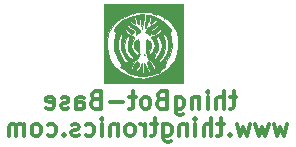
<source format=gbr>
G04 #@! TF.FileFunction,Legend,Bot*
%FSLAX46Y46*%
G04 Gerber Fmt 4.6, Leading zero omitted, Abs format (unit mm)*
G04 Created by KiCad (PCBNEW 4.0.4-stable) date 12/28/16 20:43:16*
%MOMM*%
%LPD*%
G01*
G04 APERTURE LIST*
%ADD10C,0.100000*%
%ADD11C,0.300000*%
%ADD12C,0.010000*%
G04 APERTURE END LIST*
D10*
D11*
X161257144Y-105478571D02*
X160971430Y-106478571D01*
X160685716Y-105764286D01*
X160400001Y-106478571D01*
X160114287Y-105478571D01*
X159685715Y-105478571D02*
X159400001Y-106478571D01*
X159114287Y-105764286D01*
X158828572Y-106478571D01*
X158542858Y-105478571D01*
X158114286Y-105478571D02*
X157828572Y-106478571D01*
X157542858Y-105764286D01*
X157257143Y-106478571D01*
X156971429Y-105478571D01*
X156400000Y-106335714D02*
X156328572Y-106407143D01*
X156400000Y-106478571D01*
X156471429Y-106407143D01*
X156400000Y-106335714D01*
X156400000Y-106478571D01*
X155900000Y-105478571D02*
X155328571Y-105478571D01*
X155685714Y-104978571D02*
X155685714Y-106264286D01*
X155614286Y-106407143D01*
X155471428Y-106478571D01*
X155328571Y-106478571D01*
X154828571Y-106478571D02*
X154828571Y-104978571D01*
X154185714Y-106478571D02*
X154185714Y-105692857D01*
X154257143Y-105550000D01*
X154400000Y-105478571D01*
X154614285Y-105478571D01*
X154757143Y-105550000D01*
X154828571Y-105621429D01*
X153471428Y-106478571D02*
X153471428Y-105478571D01*
X153471428Y-104978571D02*
X153542857Y-105050000D01*
X153471428Y-105121429D01*
X153400000Y-105050000D01*
X153471428Y-104978571D01*
X153471428Y-105121429D01*
X152757142Y-105478571D02*
X152757142Y-106478571D01*
X152757142Y-105621429D02*
X152685714Y-105550000D01*
X152542856Y-105478571D01*
X152328571Y-105478571D01*
X152185714Y-105550000D01*
X152114285Y-105692857D01*
X152114285Y-106478571D01*
X150757142Y-105478571D02*
X150757142Y-106692857D01*
X150828571Y-106835714D01*
X150899999Y-106907143D01*
X151042856Y-106978571D01*
X151257142Y-106978571D01*
X151399999Y-106907143D01*
X150757142Y-106407143D02*
X150899999Y-106478571D01*
X151185713Y-106478571D01*
X151328571Y-106407143D01*
X151399999Y-106335714D01*
X151471428Y-106192857D01*
X151471428Y-105764286D01*
X151399999Y-105621429D01*
X151328571Y-105550000D01*
X151185713Y-105478571D01*
X150899999Y-105478571D01*
X150757142Y-105550000D01*
X150257142Y-105478571D02*
X149685713Y-105478571D01*
X150042856Y-104978571D02*
X150042856Y-106264286D01*
X149971428Y-106407143D01*
X149828570Y-106478571D01*
X149685713Y-106478571D01*
X149185713Y-106478571D02*
X149185713Y-105478571D01*
X149185713Y-105764286D02*
X149114285Y-105621429D01*
X149042856Y-105550000D01*
X148899999Y-105478571D01*
X148757142Y-105478571D01*
X148042856Y-106478571D02*
X148185714Y-106407143D01*
X148257142Y-106335714D01*
X148328571Y-106192857D01*
X148328571Y-105764286D01*
X148257142Y-105621429D01*
X148185714Y-105550000D01*
X148042856Y-105478571D01*
X147828571Y-105478571D01*
X147685714Y-105550000D01*
X147614285Y-105621429D01*
X147542856Y-105764286D01*
X147542856Y-106192857D01*
X147614285Y-106335714D01*
X147685714Y-106407143D01*
X147828571Y-106478571D01*
X148042856Y-106478571D01*
X146899999Y-105478571D02*
X146899999Y-106478571D01*
X146899999Y-105621429D02*
X146828571Y-105550000D01*
X146685713Y-105478571D01*
X146471428Y-105478571D01*
X146328571Y-105550000D01*
X146257142Y-105692857D01*
X146257142Y-106478571D01*
X145542856Y-106478571D02*
X145542856Y-105478571D01*
X145542856Y-104978571D02*
X145614285Y-105050000D01*
X145542856Y-105121429D01*
X145471428Y-105050000D01*
X145542856Y-104978571D01*
X145542856Y-105121429D01*
X144185713Y-106407143D02*
X144328570Y-106478571D01*
X144614284Y-106478571D01*
X144757142Y-106407143D01*
X144828570Y-106335714D01*
X144899999Y-106192857D01*
X144899999Y-105764286D01*
X144828570Y-105621429D01*
X144757142Y-105550000D01*
X144614284Y-105478571D01*
X144328570Y-105478571D01*
X144185713Y-105550000D01*
X143614285Y-106407143D02*
X143471428Y-106478571D01*
X143185713Y-106478571D01*
X143042856Y-106407143D01*
X142971428Y-106264286D01*
X142971428Y-106192857D01*
X143042856Y-106050000D01*
X143185713Y-105978571D01*
X143399999Y-105978571D01*
X143542856Y-105907143D01*
X143614285Y-105764286D01*
X143614285Y-105692857D01*
X143542856Y-105550000D01*
X143399999Y-105478571D01*
X143185713Y-105478571D01*
X143042856Y-105550000D01*
X142328570Y-106335714D02*
X142257142Y-106407143D01*
X142328570Y-106478571D01*
X142399999Y-106407143D01*
X142328570Y-106335714D01*
X142328570Y-106478571D01*
X140971427Y-106407143D02*
X141114284Y-106478571D01*
X141399998Y-106478571D01*
X141542856Y-106407143D01*
X141614284Y-106335714D01*
X141685713Y-106192857D01*
X141685713Y-105764286D01*
X141614284Y-105621429D01*
X141542856Y-105550000D01*
X141399998Y-105478571D01*
X141114284Y-105478571D01*
X140971427Y-105550000D01*
X140114284Y-106478571D02*
X140257142Y-106407143D01*
X140328570Y-106335714D01*
X140399999Y-106192857D01*
X140399999Y-105764286D01*
X140328570Y-105621429D01*
X140257142Y-105550000D01*
X140114284Y-105478571D01*
X139899999Y-105478571D01*
X139757142Y-105550000D01*
X139685713Y-105621429D01*
X139614284Y-105764286D01*
X139614284Y-106192857D01*
X139685713Y-106335714D01*
X139757142Y-106407143D01*
X139899999Y-106478571D01*
X140114284Y-106478571D01*
X138971427Y-106478571D02*
X138971427Y-105478571D01*
X138971427Y-105621429D02*
X138899999Y-105550000D01*
X138757141Y-105478571D01*
X138542856Y-105478571D01*
X138399999Y-105550000D01*
X138328570Y-105692857D01*
X138328570Y-106478571D01*
X138328570Y-105692857D02*
X138257141Y-105550000D01*
X138114284Y-105478571D01*
X137899999Y-105478571D01*
X137757141Y-105550000D01*
X137685713Y-105692857D01*
X137685713Y-106478571D01*
X156942858Y-103178571D02*
X156371429Y-103178571D01*
X156728572Y-102678571D02*
X156728572Y-103964286D01*
X156657144Y-104107143D01*
X156514286Y-104178571D01*
X156371429Y-104178571D01*
X155871429Y-104178571D02*
X155871429Y-102678571D01*
X155228572Y-104178571D02*
X155228572Y-103392857D01*
X155300001Y-103250000D01*
X155442858Y-103178571D01*
X155657143Y-103178571D01*
X155800001Y-103250000D01*
X155871429Y-103321429D01*
X154514286Y-104178571D02*
X154514286Y-103178571D01*
X154514286Y-102678571D02*
X154585715Y-102750000D01*
X154514286Y-102821429D01*
X154442858Y-102750000D01*
X154514286Y-102678571D01*
X154514286Y-102821429D01*
X153800000Y-103178571D02*
X153800000Y-104178571D01*
X153800000Y-103321429D02*
X153728572Y-103250000D01*
X153585714Y-103178571D01*
X153371429Y-103178571D01*
X153228572Y-103250000D01*
X153157143Y-103392857D01*
X153157143Y-104178571D01*
X151800000Y-103178571D02*
X151800000Y-104392857D01*
X151871429Y-104535714D01*
X151942857Y-104607143D01*
X152085714Y-104678571D01*
X152300000Y-104678571D01*
X152442857Y-104607143D01*
X151800000Y-104107143D02*
X151942857Y-104178571D01*
X152228571Y-104178571D01*
X152371429Y-104107143D01*
X152442857Y-104035714D01*
X152514286Y-103892857D01*
X152514286Y-103464286D01*
X152442857Y-103321429D01*
X152371429Y-103250000D01*
X152228571Y-103178571D01*
X151942857Y-103178571D01*
X151800000Y-103250000D01*
X150585714Y-103392857D02*
X150371428Y-103464286D01*
X150300000Y-103535714D01*
X150228571Y-103678571D01*
X150228571Y-103892857D01*
X150300000Y-104035714D01*
X150371428Y-104107143D01*
X150514286Y-104178571D01*
X151085714Y-104178571D01*
X151085714Y-102678571D01*
X150585714Y-102678571D01*
X150442857Y-102750000D01*
X150371428Y-102821429D01*
X150300000Y-102964286D01*
X150300000Y-103107143D01*
X150371428Y-103250000D01*
X150442857Y-103321429D01*
X150585714Y-103392857D01*
X151085714Y-103392857D01*
X149371428Y-104178571D02*
X149514286Y-104107143D01*
X149585714Y-104035714D01*
X149657143Y-103892857D01*
X149657143Y-103464286D01*
X149585714Y-103321429D01*
X149514286Y-103250000D01*
X149371428Y-103178571D01*
X149157143Y-103178571D01*
X149014286Y-103250000D01*
X148942857Y-103321429D01*
X148871428Y-103464286D01*
X148871428Y-103892857D01*
X148942857Y-104035714D01*
X149014286Y-104107143D01*
X149157143Y-104178571D01*
X149371428Y-104178571D01*
X148442857Y-103178571D02*
X147871428Y-103178571D01*
X148228571Y-102678571D02*
X148228571Y-103964286D01*
X148157143Y-104107143D01*
X148014285Y-104178571D01*
X147871428Y-104178571D01*
X147371428Y-103607143D02*
X146228571Y-103607143D01*
X145014285Y-103392857D02*
X144799999Y-103464286D01*
X144728571Y-103535714D01*
X144657142Y-103678571D01*
X144657142Y-103892857D01*
X144728571Y-104035714D01*
X144799999Y-104107143D01*
X144942857Y-104178571D01*
X145514285Y-104178571D01*
X145514285Y-102678571D01*
X145014285Y-102678571D01*
X144871428Y-102750000D01*
X144799999Y-102821429D01*
X144728571Y-102964286D01*
X144728571Y-103107143D01*
X144799999Y-103250000D01*
X144871428Y-103321429D01*
X145014285Y-103392857D01*
X145514285Y-103392857D01*
X143371428Y-104178571D02*
X143371428Y-103392857D01*
X143442857Y-103250000D01*
X143585714Y-103178571D01*
X143871428Y-103178571D01*
X144014285Y-103250000D01*
X143371428Y-104107143D02*
X143514285Y-104178571D01*
X143871428Y-104178571D01*
X144014285Y-104107143D01*
X144085714Y-103964286D01*
X144085714Y-103821429D01*
X144014285Y-103678571D01*
X143871428Y-103607143D01*
X143514285Y-103607143D01*
X143371428Y-103535714D01*
X142728571Y-104107143D02*
X142585714Y-104178571D01*
X142299999Y-104178571D01*
X142157142Y-104107143D01*
X142085714Y-103964286D01*
X142085714Y-103892857D01*
X142157142Y-103750000D01*
X142299999Y-103678571D01*
X142514285Y-103678571D01*
X142657142Y-103607143D01*
X142728571Y-103464286D01*
X142728571Y-103392857D01*
X142657142Y-103250000D01*
X142514285Y-103178571D01*
X142299999Y-103178571D01*
X142157142Y-103250000D01*
X140871428Y-104107143D02*
X141014285Y-104178571D01*
X141299999Y-104178571D01*
X141442856Y-104107143D01*
X141514285Y-103964286D01*
X141514285Y-103392857D01*
X141442856Y-103250000D01*
X141299999Y-103178571D01*
X141014285Y-103178571D01*
X140871428Y-103250000D01*
X140799999Y-103392857D01*
X140799999Y-103535714D01*
X141514285Y-103678571D01*
D12*
G36*
X145713334Y-101986666D02*
X152402000Y-101986666D01*
X152402000Y-98895377D01*
X152050585Y-98895377D01*
X152049588Y-98913193D01*
X151949243Y-99531690D01*
X151714763Y-100079418D01*
X151330434Y-100590246D01*
X151216497Y-100708773D01*
X150781037Y-101082178D01*
X150317945Y-101339298D01*
X149762697Y-101514944D01*
X149692667Y-101530909D01*
X149321596Y-101605236D01*
X149040089Y-101634462D01*
X148774839Y-101619830D01*
X148452544Y-101562581D01*
X148405668Y-101552719D01*
X147713910Y-101332469D01*
X147117780Y-100994316D01*
X146631151Y-100553919D01*
X146267897Y-100026940D01*
X146041888Y-99429040D01*
X145966915Y-98799562D01*
X145994741Y-98364907D01*
X146069217Y-97956570D01*
X146114945Y-97804861D01*
X146231922Y-97552699D01*
X146398476Y-97282275D01*
X146586902Y-97028423D01*
X146769493Y-96825980D01*
X146918546Y-96709779D01*
X146992940Y-96700937D01*
X147050608Y-96684245D01*
X147048932Y-96637793D01*
X147096296Y-96542184D01*
X147167858Y-96524586D01*
X147331874Y-96482406D01*
X147379525Y-96447512D01*
X147389600Y-96410890D01*
X147343167Y-96432422D01*
X147249083Y-96461779D01*
X147237334Y-96447717D01*
X147310420Y-96363296D01*
X147490810Y-96266066D01*
X147720204Y-96178550D01*
X147940299Y-96123272D01*
X148084738Y-96120327D01*
X148217768Y-96132893D01*
X148229306Y-96089619D01*
X148284389Y-96051440D01*
X148491832Y-96024301D01*
X148834919Y-96009850D01*
X149057667Y-96007897D01*
X149463735Y-96015213D01*
X149742716Y-96036062D01*
X149877895Y-96068794D01*
X149886028Y-96089619D01*
X149909719Y-96136648D01*
X150018211Y-96123566D01*
X150145605Y-96114291D01*
X150144562Y-96166950D01*
X150149880Y-96222302D01*
X150229111Y-96204045D01*
X150346257Y-96197909D01*
X150370000Y-96236987D01*
X150422028Y-96285075D01*
X150454667Y-96271666D01*
X150532561Y-96281188D01*
X150539334Y-96313999D01*
X150586945Y-96372795D01*
X150613915Y-96362566D01*
X150728828Y-96381832D01*
X150917747Y-96502700D01*
X151146776Y-96696269D01*
X151382016Y-96933638D01*
X151589572Y-97185909D01*
X151605431Y-97207926D01*
X151884307Y-97709959D01*
X152029346Y-98259599D01*
X152050585Y-98895377D01*
X152402000Y-98895377D01*
X152402000Y-95298000D01*
X145713334Y-95298000D01*
X145713334Y-101986666D01*
X145713334Y-101986666D01*
G37*
X145713334Y-101986666D02*
X152402000Y-101986666D01*
X152402000Y-98895377D01*
X152050585Y-98895377D01*
X152049588Y-98913193D01*
X151949243Y-99531690D01*
X151714763Y-100079418D01*
X151330434Y-100590246D01*
X151216497Y-100708773D01*
X150781037Y-101082178D01*
X150317945Y-101339298D01*
X149762697Y-101514944D01*
X149692667Y-101530909D01*
X149321596Y-101605236D01*
X149040089Y-101634462D01*
X148774839Y-101619830D01*
X148452544Y-101562581D01*
X148405668Y-101552719D01*
X147713910Y-101332469D01*
X147117780Y-100994316D01*
X146631151Y-100553919D01*
X146267897Y-100026940D01*
X146041888Y-99429040D01*
X145966915Y-98799562D01*
X145994741Y-98364907D01*
X146069217Y-97956570D01*
X146114945Y-97804861D01*
X146231922Y-97552699D01*
X146398476Y-97282275D01*
X146586902Y-97028423D01*
X146769493Y-96825980D01*
X146918546Y-96709779D01*
X146992940Y-96700937D01*
X147050608Y-96684245D01*
X147048932Y-96637793D01*
X147096296Y-96542184D01*
X147167858Y-96524586D01*
X147331874Y-96482406D01*
X147379525Y-96447512D01*
X147389600Y-96410890D01*
X147343167Y-96432422D01*
X147249083Y-96461779D01*
X147237334Y-96447717D01*
X147310420Y-96363296D01*
X147490810Y-96266066D01*
X147720204Y-96178550D01*
X147940299Y-96123272D01*
X148084738Y-96120327D01*
X148217768Y-96132893D01*
X148229306Y-96089619D01*
X148284389Y-96051440D01*
X148491832Y-96024301D01*
X148834919Y-96009850D01*
X149057667Y-96007897D01*
X149463735Y-96015213D01*
X149742716Y-96036062D01*
X149877895Y-96068794D01*
X149886028Y-96089619D01*
X149909719Y-96136648D01*
X150018211Y-96123566D01*
X150145605Y-96114291D01*
X150144562Y-96166950D01*
X150149880Y-96222302D01*
X150229111Y-96204045D01*
X150346257Y-96197909D01*
X150370000Y-96236987D01*
X150422028Y-96285075D01*
X150454667Y-96271666D01*
X150532561Y-96281188D01*
X150539334Y-96313999D01*
X150586945Y-96372795D01*
X150613915Y-96362566D01*
X150728828Y-96381832D01*
X150917747Y-96502700D01*
X151146776Y-96696269D01*
X151382016Y-96933638D01*
X151589572Y-97185909D01*
X151605431Y-97207926D01*
X151884307Y-97709959D01*
X152029346Y-98259599D01*
X152050585Y-98895377D01*
X152402000Y-98895377D01*
X152402000Y-95298000D01*
X145713334Y-95298000D01*
X145713334Y-101986666D01*
G36*
X148848004Y-96184539D02*
X148616383Y-96218853D01*
X147941537Y-96396516D01*
X147360866Y-96703843D01*
X146949586Y-97047325D01*
X146698639Y-97322399D01*
X146576393Y-97522724D01*
X146586333Y-97640059D01*
X146687000Y-97668666D01*
X146771244Y-97669663D01*
X146801195Y-97700798D01*
X146777124Y-97804287D01*
X146699301Y-98022346D01*
X146689442Y-98049666D01*
X146565582Y-98625124D01*
X146609585Y-99200777D01*
X146821940Y-99779512D01*
X147045492Y-100151505D01*
X147176301Y-100363156D01*
X147204523Y-100485118D01*
X147156879Y-100544730D01*
X147130541Y-100615360D01*
X147236028Y-100728603D01*
X147416138Y-100855099D01*
X147639923Y-101008416D01*
X147803147Y-101135150D01*
X147849871Y-101181540D01*
X147906937Y-101216318D01*
X147913371Y-101193133D01*
X147964954Y-101172851D01*
X148023962Y-101209972D01*
X148179328Y-101285429D01*
X148408588Y-101345789D01*
X148426129Y-101348798D01*
X148697985Y-101395959D01*
X148934748Y-101440766D01*
X149115523Y-101455510D01*
X149203647Y-101431464D01*
X149316213Y-101389125D01*
X149524127Y-101353880D01*
X149564828Y-101349684D01*
X149805785Y-101303171D01*
X149891327Y-101267000D01*
X149777334Y-101267000D01*
X149735000Y-101309333D01*
X149692667Y-101267000D01*
X149735000Y-101224666D01*
X149777334Y-101267000D01*
X149891327Y-101267000D01*
X149984258Y-101227705D01*
X149996475Y-101218463D01*
X150120022Y-101154340D01*
X150167435Y-101163212D01*
X150256870Y-101149956D01*
X150368990Y-101069444D01*
X150553586Y-100916451D01*
X150750334Y-100770632D01*
X150900173Y-100631747D01*
X150892735Y-100528272D01*
X150890283Y-100525748D01*
X150870967Y-100403957D01*
X150985697Y-100199711D01*
X151007264Y-100170892D01*
X151184599Y-99899232D01*
X151335077Y-99607066D01*
X151341048Y-99592995D01*
X151428537Y-99256126D01*
X151465619Y-98833443D01*
X151463002Y-98757055D01*
X151162316Y-98757055D01*
X151147063Y-99111062D01*
X151082536Y-99436545D01*
X151011256Y-99616000D01*
X150821157Y-99929615D01*
X150632323Y-100146495D01*
X150468875Y-100241786D01*
X150408040Y-100237636D01*
X150365336Y-100171426D01*
X150425384Y-100026514D01*
X150544303Y-99849703D01*
X150806557Y-99391778D01*
X150918172Y-98931597D01*
X150912699Y-98855485D01*
X150624000Y-98855485D01*
X150565066Y-99178146D01*
X150410822Y-99530729D01*
X150219668Y-99806500D01*
X150069257Y-99938147D01*
X149954207Y-99929082D01*
X149922106Y-99901883D01*
X149934960Y-99808720D01*
X150031191Y-99640037D01*
X150076626Y-99577313D01*
X150288140Y-99197973D01*
X150337804Y-98808611D01*
X150260525Y-98453997D01*
X150186162Y-98193171D01*
X150193059Y-98053962D01*
X150283967Y-98007954D01*
X150303765Y-98007333D01*
X150390502Y-98081629D01*
X150485550Y-98268029D01*
X150568246Y-98511803D01*
X150617923Y-98758219D01*
X150624000Y-98855485D01*
X150912699Y-98855485D01*
X150882589Y-98436782D01*
X150743468Y-97975901D01*
X150747606Y-97858874D01*
X150816337Y-97838000D01*
X150955305Y-97914996D01*
X151062149Y-98119911D01*
X151132582Y-98413635D01*
X151162316Y-98757055D01*
X151463002Y-98757055D01*
X151450808Y-98401245D01*
X151382621Y-98035828D01*
X151371970Y-98003477D01*
X151317005Y-97798961D01*
X151342044Y-97703396D01*
X151371970Y-97687454D01*
X151455100Y-97628072D01*
X151441081Y-97520599D01*
X151319909Y-97342675D01*
X151110834Y-97103678D01*
X150857128Y-96870442D01*
X150552889Y-96655190D01*
X150227632Y-96470413D01*
X149910873Y-96328602D01*
X149632130Y-96242248D01*
X149420918Y-96223843D01*
X149306752Y-96285878D01*
X149294890Y-96335166D01*
X149284078Y-96471913D01*
X149258812Y-96717372D01*
X149232606Y-96949000D01*
X149207113Y-97226822D01*
X149215496Y-97351202D01*
X149258740Y-97334803D01*
X149262198Y-97330000D01*
X149341554Y-97144986D01*
X149352704Y-97065200D01*
X149414519Y-96898012D01*
X149482912Y-96820413D01*
X149570399Y-96654409D01*
X149561873Y-96556046D01*
X149564192Y-96425481D01*
X149644628Y-96398666D01*
X149738172Y-96401041D01*
X149768141Y-96440000D01*
X149742634Y-96563292D01*
X149698577Y-96716725D01*
X149667011Y-96922715D01*
X149714733Y-96990093D01*
X149821805Y-96907393D01*
X149881649Y-96821999D01*
X150000791Y-96698326D01*
X150125325Y-96650598D01*
X150197531Y-96696805D01*
X150200667Y-96722574D01*
X150136070Y-96843834D01*
X149983848Y-96991803D01*
X149806355Y-97114580D01*
X149674358Y-97160666D01*
X149545131Y-97226906D01*
X149396131Y-97390660D01*
X149366048Y-97435345D01*
X149258005Y-97615325D01*
X149240265Y-97704294D01*
X149311558Y-97753678D01*
X149357734Y-97771283D01*
X149492239Y-97859699D01*
X149523334Y-97924935D01*
X149575043Y-97978040D01*
X149608000Y-97965000D01*
X149669000Y-97850543D01*
X149692667Y-97663669D01*
X149718773Y-97487517D01*
X149781182Y-97414666D01*
X149895128Y-97359537D01*
X150059505Y-97224204D01*
X150086495Y-97197868D01*
X150240423Y-97069029D01*
X150344175Y-97027221D01*
X150354819Y-97032596D01*
X150362159Y-97142376D01*
X150259272Y-97292772D01*
X150081754Y-97438318D01*
X150002357Y-97482786D01*
X149840702Y-97599596D01*
X149777334Y-97715619D01*
X149836182Y-97819676D01*
X149979225Y-97829862D01*
X150156212Y-97755251D01*
X150305210Y-97620294D01*
X150458875Y-97475991D01*
X150561515Y-97487647D01*
X150564319Y-97590760D01*
X150460279Y-97732610D01*
X150293025Y-97874276D01*
X150106187Y-97976837D01*
X149981945Y-98004657D01*
X149801760Y-98033025D01*
X149754483Y-98127800D01*
X149832149Y-98314830D01*
X149867794Y-98375167D01*
X149978706Y-98610290D01*
X150030516Y-98824928D01*
X150031017Y-98840936D01*
X149983601Y-99067862D01*
X149866580Y-99313113D01*
X149718722Y-99506776D01*
X149626007Y-99571286D01*
X149472252Y-99593926D01*
X149437682Y-99517252D01*
X149528122Y-99367739D01*
X149571134Y-99321896D01*
X149745231Y-99048073D01*
X149760428Y-98757029D01*
X149616938Y-98483548D01*
X149565667Y-98430666D01*
X149422206Y-98307826D01*
X149345227Y-98264817D01*
X149342120Y-98267741D01*
X149331963Y-98364862D01*
X149317665Y-98580482D01*
X149305190Y-98811666D01*
X149311386Y-99294788D01*
X149376810Y-99687400D01*
X149494837Y-99963404D01*
X149628362Y-100085391D01*
X149814621Y-100225961D01*
X149897408Y-100335666D01*
X150001748Y-100494351D01*
X150063348Y-100559033D01*
X150093813Y-100660130D01*
X150029247Y-100768966D01*
X149948398Y-100801333D01*
X149880902Y-100728499D01*
X149820992Y-100553365D01*
X149820952Y-100553183D01*
X149742161Y-100345753D01*
X149627136Y-100190920D01*
X149513271Y-100131364D01*
X149468371Y-100150740D01*
X149415973Y-100302166D01*
X149433818Y-100516020D01*
X149508802Y-100707330D01*
X149563562Y-100767930D01*
X149657733Y-100888851D01*
X149653815Y-100965033D01*
X149546892Y-101049911D01*
X149455400Y-101015815D01*
X149438109Y-100949500D01*
X149392926Y-100813217D01*
X149282958Y-100618246D01*
X149263848Y-100589666D01*
X149090144Y-100335666D01*
X149116239Y-100794006D01*
X149115254Y-101107947D01*
X149066585Y-101266888D01*
X149036500Y-101287894D01*
X148972065Y-101254784D01*
X148936193Y-101088802D01*
X148924687Y-100829555D01*
X148918706Y-100335666D01*
X148758825Y-100695500D01*
X148646667Y-100908983D01*
X148545525Y-101037960D01*
X148510806Y-101055333D01*
X148429043Y-100998886D01*
X148464499Y-100841755D01*
X148583918Y-100643350D01*
X148686417Y-100465438D01*
X148679027Y-100336962D01*
X148638661Y-100271235D01*
X148547530Y-100172379D01*
X148464677Y-100205339D01*
X148401484Y-100272954D01*
X148281752Y-100462937D01*
X148240908Y-100582650D01*
X148175867Y-100723274D01*
X148080664Y-100783490D01*
X148009294Y-100741229D01*
X147999334Y-100681388D01*
X148039958Y-100564216D01*
X148078112Y-100547333D01*
X148149901Y-100475343D01*
X148183945Y-100356833D01*
X148277924Y-100174075D01*
X148301486Y-100156343D01*
X147745334Y-100156343D01*
X147685112Y-100211439D01*
X147548731Y-100191320D01*
X147402614Y-100112116D01*
X147350594Y-100060500D01*
X147063456Y-99574231D01*
X146914167Y-99037765D01*
X146910123Y-98492098D01*
X147000342Y-98119177D01*
X147097378Y-97937550D01*
X147204184Y-97842588D01*
X147284113Y-97846002D01*
X147300520Y-97959500D01*
X147284142Y-98028500D01*
X147167532Y-98615826D01*
X147185896Y-99142847D01*
X147337014Y-99590765D01*
X147495510Y-99819487D01*
X147646416Y-100002055D01*
X147735300Y-100130262D01*
X147745334Y-100156343D01*
X148301486Y-100156343D01*
X148396289Y-100085000D01*
X148562111Y-99969133D01*
X148629177Y-99873333D01*
X148642967Y-99838461D01*
X148225524Y-99838461D01*
X148211000Y-99870000D01*
X148102795Y-99948958D01*
X147949697Y-99886299D01*
X147783532Y-99730536D01*
X147542184Y-99351425D01*
X147451551Y-98909880D01*
X147511261Y-98448828D01*
X147608387Y-98191843D01*
X147712630Y-98060255D01*
X147748167Y-98049666D01*
X147840209Y-98115290D01*
X147842249Y-98219000D01*
X147775210Y-98671009D01*
X147762749Y-99002804D01*
X147807607Y-99255372D01*
X147912528Y-99469704D01*
X147927417Y-99492064D01*
X148066070Y-99673845D01*
X148173115Y-99776397D01*
X148194831Y-99784754D01*
X148225524Y-99838461D01*
X148642967Y-99838461D01*
X148708593Y-99672519D01*
X148732824Y-99616000D01*
X148755302Y-99534471D01*
X148679800Y-99579139D01*
X148662459Y-99593285D01*
X148556024Y-99640859D01*
X148434980Y-99580945D01*
X148316063Y-99466285D01*
X148091512Y-99153095D01*
X148030657Y-98845662D01*
X148130113Y-98522220D01*
X148160712Y-98467469D01*
X148278697Y-98217568D01*
X148270429Y-98069672D01*
X148133280Y-98010068D01*
X148072491Y-98007333D01*
X147923501Y-97959518D01*
X147749529Y-97842045D01*
X147591428Y-97693874D01*
X147490052Y-97553963D01*
X147486255Y-97461272D01*
X147493796Y-97455478D01*
X147600457Y-97476766D01*
X147741161Y-97602310D01*
X147754878Y-97619236D01*
X147931711Y-97780031D01*
X148101107Y-97836163D01*
X148221067Y-97783467D01*
X148253334Y-97668666D01*
X148192620Y-97525925D01*
X148097123Y-97499333D01*
X147937621Y-97443405D01*
X147771444Y-97314868D01*
X147668702Y-97172597D01*
X147660667Y-97132833D01*
X147729606Y-97082327D01*
X147787667Y-97076000D01*
X147900302Y-97124046D01*
X147914667Y-97165070D01*
X147986049Y-97251707D01*
X148158818Y-97339186D01*
X148168667Y-97342686D01*
X148343221Y-97430527D01*
X148416981Y-97571491D01*
X148432489Y-97740449D01*
X148447135Y-97900796D01*
X148471864Y-97927263D01*
X148481030Y-97901500D01*
X148586273Y-97779519D01*
X148688764Y-97753333D01*
X148815755Y-97710560D01*
X148830722Y-97563742D01*
X148737974Y-97397231D01*
X148497885Y-97231875D01*
X148398637Y-97182205D01*
X148108634Y-97014320D01*
X147944481Y-96852039D01*
X147921967Y-96713142D01*
X147948488Y-96675289D01*
X148029787Y-96694345D01*
X148133082Y-96805941D01*
X148273108Y-96962609D01*
X148355001Y-96969982D01*
X148361238Y-96833336D01*
X148339828Y-96743706D01*
X148303971Y-96554410D01*
X148317516Y-96447373D01*
X148428283Y-96399939D01*
X148494624Y-96504754D01*
X148507334Y-96642299D01*
X148545493Y-96853700D01*
X148624149Y-96982881D01*
X148692664Y-97016207D01*
X148716148Y-96942388D01*
X148701828Y-96733369D01*
X148697805Y-96696914D01*
X148683260Y-96432955D01*
X148707807Y-96317609D01*
X148757949Y-96338529D01*
X148820188Y-96483367D01*
X148881026Y-96739777D01*
X148903973Y-96885499D01*
X148981746Y-97457000D01*
X149065667Y-96822000D01*
X149104030Y-96515519D01*
X149129094Y-96283003D01*
X149136323Y-96167403D01*
X149135356Y-96162283D01*
X149051541Y-96161546D01*
X148848004Y-96184539D01*
X148848004Y-96184539D01*
G37*
X148848004Y-96184539D02*
X148616383Y-96218853D01*
X147941537Y-96396516D01*
X147360866Y-96703843D01*
X146949586Y-97047325D01*
X146698639Y-97322399D01*
X146576393Y-97522724D01*
X146586333Y-97640059D01*
X146687000Y-97668666D01*
X146771244Y-97669663D01*
X146801195Y-97700798D01*
X146777124Y-97804287D01*
X146699301Y-98022346D01*
X146689442Y-98049666D01*
X146565582Y-98625124D01*
X146609585Y-99200777D01*
X146821940Y-99779512D01*
X147045492Y-100151505D01*
X147176301Y-100363156D01*
X147204523Y-100485118D01*
X147156879Y-100544730D01*
X147130541Y-100615360D01*
X147236028Y-100728603D01*
X147416138Y-100855099D01*
X147639923Y-101008416D01*
X147803147Y-101135150D01*
X147849871Y-101181540D01*
X147906937Y-101216318D01*
X147913371Y-101193133D01*
X147964954Y-101172851D01*
X148023962Y-101209972D01*
X148179328Y-101285429D01*
X148408588Y-101345789D01*
X148426129Y-101348798D01*
X148697985Y-101395959D01*
X148934748Y-101440766D01*
X149115523Y-101455510D01*
X149203647Y-101431464D01*
X149316213Y-101389125D01*
X149524127Y-101353880D01*
X149564828Y-101349684D01*
X149805785Y-101303171D01*
X149891327Y-101267000D01*
X149777334Y-101267000D01*
X149735000Y-101309333D01*
X149692667Y-101267000D01*
X149735000Y-101224666D01*
X149777334Y-101267000D01*
X149891327Y-101267000D01*
X149984258Y-101227705D01*
X149996475Y-101218463D01*
X150120022Y-101154340D01*
X150167435Y-101163212D01*
X150256870Y-101149956D01*
X150368990Y-101069444D01*
X150553586Y-100916451D01*
X150750334Y-100770632D01*
X150900173Y-100631747D01*
X150892735Y-100528272D01*
X150890283Y-100525748D01*
X150870967Y-100403957D01*
X150985697Y-100199711D01*
X151007264Y-100170892D01*
X151184599Y-99899232D01*
X151335077Y-99607066D01*
X151341048Y-99592995D01*
X151428537Y-99256126D01*
X151465619Y-98833443D01*
X151463002Y-98757055D01*
X151162316Y-98757055D01*
X151147063Y-99111062D01*
X151082536Y-99436545D01*
X151011256Y-99616000D01*
X150821157Y-99929615D01*
X150632323Y-100146495D01*
X150468875Y-100241786D01*
X150408040Y-100237636D01*
X150365336Y-100171426D01*
X150425384Y-100026514D01*
X150544303Y-99849703D01*
X150806557Y-99391778D01*
X150918172Y-98931597D01*
X150912699Y-98855485D01*
X150624000Y-98855485D01*
X150565066Y-99178146D01*
X150410822Y-99530729D01*
X150219668Y-99806500D01*
X150069257Y-99938147D01*
X149954207Y-99929082D01*
X149922106Y-99901883D01*
X149934960Y-99808720D01*
X150031191Y-99640037D01*
X150076626Y-99577313D01*
X150288140Y-99197973D01*
X150337804Y-98808611D01*
X150260525Y-98453997D01*
X150186162Y-98193171D01*
X150193059Y-98053962D01*
X150283967Y-98007954D01*
X150303765Y-98007333D01*
X150390502Y-98081629D01*
X150485550Y-98268029D01*
X150568246Y-98511803D01*
X150617923Y-98758219D01*
X150624000Y-98855485D01*
X150912699Y-98855485D01*
X150882589Y-98436782D01*
X150743468Y-97975901D01*
X150747606Y-97858874D01*
X150816337Y-97838000D01*
X150955305Y-97914996D01*
X151062149Y-98119911D01*
X151132582Y-98413635D01*
X151162316Y-98757055D01*
X151463002Y-98757055D01*
X151450808Y-98401245D01*
X151382621Y-98035828D01*
X151371970Y-98003477D01*
X151317005Y-97798961D01*
X151342044Y-97703396D01*
X151371970Y-97687454D01*
X151455100Y-97628072D01*
X151441081Y-97520599D01*
X151319909Y-97342675D01*
X151110834Y-97103678D01*
X150857128Y-96870442D01*
X150552889Y-96655190D01*
X150227632Y-96470413D01*
X149910873Y-96328602D01*
X149632130Y-96242248D01*
X149420918Y-96223843D01*
X149306752Y-96285878D01*
X149294890Y-96335166D01*
X149284078Y-96471913D01*
X149258812Y-96717372D01*
X149232606Y-96949000D01*
X149207113Y-97226822D01*
X149215496Y-97351202D01*
X149258740Y-97334803D01*
X149262198Y-97330000D01*
X149341554Y-97144986D01*
X149352704Y-97065200D01*
X149414519Y-96898012D01*
X149482912Y-96820413D01*
X149570399Y-96654409D01*
X149561873Y-96556046D01*
X149564192Y-96425481D01*
X149644628Y-96398666D01*
X149738172Y-96401041D01*
X149768141Y-96440000D01*
X149742634Y-96563292D01*
X149698577Y-96716725D01*
X149667011Y-96922715D01*
X149714733Y-96990093D01*
X149821805Y-96907393D01*
X149881649Y-96821999D01*
X150000791Y-96698326D01*
X150125325Y-96650598D01*
X150197531Y-96696805D01*
X150200667Y-96722574D01*
X150136070Y-96843834D01*
X149983848Y-96991803D01*
X149806355Y-97114580D01*
X149674358Y-97160666D01*
X149545131Y-97226906D01*
X149396131Y-97390660D01*
X149366048Y-97435345D01*
X149258005Y-97615325D01*
X149240265Y-97704294D01*
X149311558Y-97753678D01*
X149357734Y-97771283D01*
X149492239Y-97859699D01*
X149523334Y-97924935D01*
X149575043Y-97978040D01*
X149608000Y-97965000D01*
X149669000Y-97850543D01*
X149692667Y-97663669D01*
X149718773Y-97487517D01*
X149781182Y-97414666D01*
X149895128Y-97359537D01*
X150059505Y-97224204D01*
X150086495Y-97197868D01*
X150240423Y-97069029D01*
X150344175Y-97027221D01*
X150354819Y-97032596D01*
X150362159Y-97142376D01*
X150259272Y-97292772D01*
X150081754Y-97438318D01*
X150002357Y-97482786D01*
X149840702Y-97599596D01*
X149777334Y-97715619D01*
X149836182Y-97819676D01*
X149979225Y-97829862D01*
X150156212Y-97755251D01*
X150305210Y-97620294D01*
X150458875Y-97475991D01*
X150561515Y-97487647D01*
X150564319Y-97590760D01*
X150460279Y-97732610D01*
X150293025Y-97874276D01*
X150106187Y-97976837D01*
X149981945Y-98004657D01*
X149801760Y-98033025D01*
X149754483Y-98127800D01*
X149832149Y-98314830D01*
X149867794Y-98375167D01*
X149978706Y-98610290D01*
X150030516Y-98824928D01*
X150031017Y-98840936D01*
X149983601Y-99067862D01*
X149866580Y-99313113D01*
X149718722Y-99506776D01*
X149626007Y-99571286D01*
X149472252Y-99593926D01*
X149437682Y-99517252D01*
X149528122Y-99367739D01*
X149571134Y-99321896D01*
X149745231Y-99048073D01*
X149760428Y-98757029D01*
X149616938Y-98483548D01*
X149565667Y-98430666D01*
X149422206Y-98307826D01*
X149345227Y-98264817D01*
X149342120Y-98267741D01*
X149331963Y-98364862D01*
X149317665Y-98580482D01*
X149305190Y-98811666D01*
X149311386Y-99294788D01*
X149376810Y-99687400D01*
X149494837Y-99963404D01*
X149628362Y-100085391D01*
X149814621Y-100225961D01*
X149897408Y-100335666D01*
X150001748Y-100494351D01*
X150063348Y-100559033D01*
X150093813Y-100660130D01*
X150029247Y-100768966D01*
X149948398Y-100801333D01*
X149880902Y-100728499D01*
X149820992Y-100553365D01*
X149820952Y-100553183D01*
X149742161Y-100345753D01*
X149627136Y-100190920D01*
X149513271Y-100131364D01*
X149468371Y-100150740D01*
X149415973Y-100302166D01*
X149433818Y-100516020D01*
X149508802Y-100707330D01*
X149563562Y-100767930D01*
X149657733Y-100888851D01*
X149653815Y-100965033D01*
X149546892Y-101049911D01*
X149455400Y-101015815D01*
X149438109Y-100949500D01*
X149392926Y-100813217D01*
X149282958Y-100618246D01*
X149263848Y-100589666D01*
X149090144Y-100335666D01*
X149116239Y-100794006D01*
X149115254Y-101107947D01*
X149066585Y-101266888D01*
X149036500Y-101287894D01*
X148972065Y-101254784D01*
X148936193Y-101088802D01*
X148924687Y-100829555D01*
X148918706Y-100335666D01*
X148758825Y-100695500D01*
X148646667Y-100908983D01*
X148545525Y-101037960D01*
X148510806Y-101055333D01*
X148429043Y-100998886D01*
X148464499Y-100841755D01*
X148583918Y-100643350D01*
X148686417Y-100465438D01*
X148679027Y-100336962D01*
X148638661Y-100271235D01*
X148547530Y-100172379D01*
X148464677Y-100205339D01*
X148401484Y-100272954D01*
X148281752Y-100462937D01*
X148240908Y-100582650D01*
X148175867Y-100723274D01*
X148080664Y-100783490D01*
X148009294Y-100741229D01*
X147999334Y-100681388D01*
X148039958Y-100564216D01*
X148078112Y-100547333D01*
X148149901Y-100475343D01*
X148183945Y-100356833D01*
X148277924Y-100174075D01*
X148301486Y-100156343D01*
X147745334Y-100156343D01*
X147685112Y-100211439D01*
X147548731Y-100191320D01*
X147402614Y-100112116D01*
X147350594Y-100060500D01*
X147063456Y-99574231D01*
X146914167Y-99037765D01*
X146910123Y-98492098D01*
X147000342Y-98119177D01*
X147097378Y-97937550D01*
X147204184Y-97842588D01*
X147284113Y-97846002D01*
X147300520Y-97959500D01*
X147284142Y-98028500D01*
X147167532Y-98615826D01*
X147185896Y-99142847D01*
X147337014Y-99590765D01*
X147495510Y-99819487D01*
X147646416Y-100002055D01*
X147735300Y-100130262D01*
X147745334Y-100156343D01*
X148301486Y-100156343D01*
X148396289Y-100085000D01*
X148562111Y-99969133D01*
X148629177Y-99873333D01*
X148642967Y-99838461D01*
X148225524Y-99838461D01*
X148211000Y-99870000D01*
X148102795Y-99948958D01*
X147949697Y-99886299D01*
X147783532Y-99730536D01*
X147542184Y-99351425D01*
X147451551Y-98909880D01*
X147511261Y-98448828D01*
X147608387Y-98191843D01*
X147712630Y-98060255D01*
X147748167Y-98049666D01*
X147840209Y-98115290D01*
X147842249Y-98219000D01*
X147775210Y-98671009D01*
X147762749Y-99002804D01*
X147807607Y-99255372D01*
X147912528Y-99469704D01*
X147927417Y-99492064D01*
X148066070Y-99673845D01*
X148173115Y-99776397D01*
X148194831Y-99784754D01*
X148225524Y-99838461D01*
X148642967Y-99838461D01*
X148708593Y-99672519D01*
X148732824Y-99616000D01*
X148755302Y-99534471D01*
X148679800Y-99579139D01*
X148662459Y-99593285D01*
X148556024Y-99640859D01*
X148434980Y-99580945D01*
X148316063Y-99466285D01*
X148091512Y-99153095D01*
X148030657Y-98845662D01*
X148130113Y-98522220D01*
X148160712Y-98467469D01*
X148278697Y-98217568D01*
X148270429Y-98069672D01*
X148133280Y-98010068D01*
X148072491Y-98007333D01*
X147923501Y-97959518D01*
X147749529Y-97842045D01*
X147591428Y-97693874D01*
X147490052Y-97553963D01*
X147486255Y-97461272D01*
X147493796Y-97455478D01*
X147600457Y-97476766D01*
X147741161Y-97602310D01*
X147754878Y-97619236D01*
X147931711Y-97780031D01*
X148101107Y-97836163D01*
X148221067Y-97783467D01*
X148253334Y-97668666D01*
X148192620Y-97525925D01*
X148097123Y-97499333D01*
X147937621Y-97443405D01*
X147771444Y-97314868D01*
X147668702Y-97172597D01*
X147660667Y-97132833D01*
X147729606Y-97082327D01*
X147787667Y-97076000D01*
X147900302Y-97124046D01*
X147914667Y-97165070D01*
X147986049Y-97251707D01*
X148158818Y-97339186D01*
X148168667Y-97342686D01*
X148343221Y-97430527D01*
X148416981Y-97571491D01*
X148432489Y-97740449D01*
X148447135Y-97900796D01*
X148471864Y-97927263D01*
X148481030Y-97901500D01*
X148586273Y-97779519D01*
X148688764Y-97753333D01*
X148815755Y-97710560D01*
X148830722Y-97563742D01*
X148737974Y-97397231D01*
X148497885Y-97231875D01*
X148398637Y-97182205D01*
X148108634Y-97014320D01*
X147944481Y-96852039D01*
X147921967Y-96713142D01*
X147948488Y-96675289D01*
X148029787Y-96694345D01*
X148133082Y-96805941D01*
X148273108Y-96962609D01*
X148355001Y-96969982D01*
X148361238Y-96833336D01*
X148339828Y-96743706D01*
X148303971Y-96554410D01*
X148317516Y-96447373D01*
X148428283Y-96399939D01*
X148494624Y-96504754D01*
X148507334Y-96642299D01*
X148545493Y-96853700D01*
X148624149Y-96982881D01*
X148692664Y-97016207D01*
X148716148Y-96942388D01*
X148701828Y-96733369D01*
X148697805Y-96696914D01*
X148683260Y-96432955D01*
X148707807Y-96317609D01*
X148757949Y-96338529D01*
X148820188Y-96483367D01*
X148881026Y-96739777D01*
X148903973Y-96885499D01*
X148981746Y-97457000D01*
X149065667Y-96822000D01*
X149104030Y-96515519D01*
X149129094Y-96283003D01*
X149136323Y-96167403D01*
X149135356Y-96162283D01*
X149051541Y-96161546D01*
X148848004Y-96184539D01*
G36*
X150370000Y-101097666D02*
X150412334Y-101140000D01*
X150454667Y-101097666D01*
X150412334Y-101055333D01*
X150370000Y-101097666D01*
X150370000Y-101097666D01*
G37*
X150370000Y-101097666D02*
X150412334Y-101140000D01*
X150454667Y-101097666D01*
X150412334Y-101055333D01*
X150370000Y-101097666D01*
G36*
X149128223Y-99559555D02*
X149118090Y-99660035D01*
X149128223Y-99672444D01*
X149178557Y-99660822D01*
X149184667Y-99616000D01*
X149153689Y-99546309D01*
X149128223Y-99559555D01*
X149128223Y-99559555D01*
G37*
X149128223Y-99559555D02*
X149118090Y-99660035D01*
X149128223Y-99672444D01*
X149178557Y-99660822D01*
X149184667Y-99616000D01*
X149153689Y-99546309D01*
X149128223Y-99559555D01*
G36*
X148517582Y-98328840D02*
X148402432Y-98481240D01*
X148304235Y-98686132D01*
X148254653Y-98888334D01*
X148253334Y-98919703D01*
X148307549Y-99066622D01*
X148435382Y-99244837D01*
X148584618Y-99392081D01*
X148695233Y-99446666D01*
X148718589Y-99369384D01*
X148731798Y-99166765D01*
X148732006Y-98882647D01*
X148731995Y-98882184D01*
X148709349Y-98548423D01*
X148662764Y-98341012D01*
X148618020Y-98284117D01*
X148517582Y-98328840D01*
X148517582Y-98328840D01*
G37*
X148517582Y-98328840D02*
X148402432Y-98481240D01*
X148304235Y-98686132D01*
X148254653Y-98888334D01*
X148253334Y-98919703D01*
X148307549Y-99066622D01*
X148435382Y-99244837D01*
X148584618Y-99392081D01*
X148695233Y-99446666D01*
X148718589Y-99369384D01*
X148731798Y-99166765D01*
X148732006Y-98882647D01*
X148731995Y-98882184D01*
X148709349Y-98548423D01*
X148662764Y-98341012D01*
X148618020Y-98284117D01*
X148517582Y-98328840D01*
G36*
X150793334Y-96525666D02*
X150835667Y-96568000D01*
X150878000Y-96525666D01*
X150835667Y-96483333D01*
X150793334Y-96525666D01*
X150793334Y-96525666D01*
G37*
X150793334Y-96525666D02*
X150835667Y-96568000D01*
X150878000Y-96525666D01*
X150835667Y-96483333D01*
X150793334Y-96525666D01*
G36*
X147491334Y-96356333D02*
X147533667Y-96398666D01*
X147576000Y-96356333D01*
X147533667Y-96314000D01*
X147491334Y-96356333D01*
X147491334Y-96356333D01*
G37*
X147491334Y-96356333D02*
X147533667Y-96398666D01*
X147576000Y-96356333D01*
X147533667Y-96314000D01*
X147491334Y-96356333D01*
G36*
X147660667Y-96271666D02*
X147703000Y-96314000D01*
X147745334Y-96271666D01*
X147703000Y-96229333D01*
X147660667Y-96271666D01*
X147660667Y-96271666D01*
G37*
X147660667Y-96271666D02*
X147703000Y-96314000D01*
X147745334Y-96271666D01*
X147703000Y-96229333D01*
X147660667Y-96271666D01*
G36*
X147830000Y-96187000D02*
X147872334Y-96229333D01*
X147914667Y-96187000D01*
X147872334Y-96144666D01*
X147830000Y-96187000D01*
X147830000Y-96187000D01*
G37*
X147830000Y-96187000D02*
X147872334Y-96229333D01*
X147914667Y-96187000D01*
X147872334Y-96144666D01*
X147830000Y-96187000D01*
M02*

</source>
